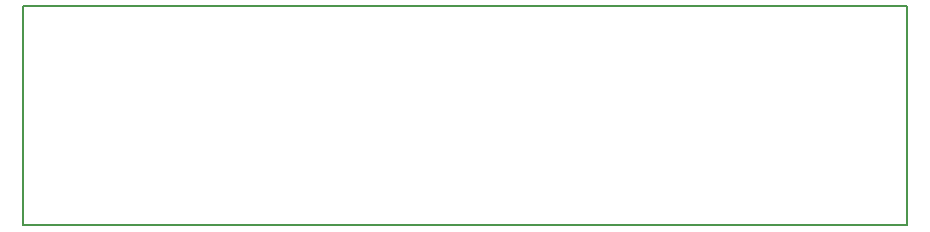
<source format=gbr>
%TF.GenerationSoftware,KiCad,Pcbnew,8.0.6*%
%TF.CreationDate,2024-11-04T18:07:15+01:00*%
%TF.ProjectId,ATtiny3,41547469-6e79-4332-9e6b-696361645f70,rev?*%
%TF.SameCoordinates,Original*%
%TF.FileFunction,Profile,NP*%
%FSLAX46Y46*%
G04 Gerber Fmt 4.6, Leading zero omitted, Abs format (unit mm)*
G04 Created by KiCad (PCBNEW 8.0.6) date 2024-11-04 18:07:15*
%MOMM*%
%LPD*%
G01*
G04 APERTURE LIST*
%TA.AperFunction,Profile*%
%ADD10C,0.200000*%
%TD*%
G04 APERTURE END LIST*
D10*
X18288000Y-19939000D02*
X93091000Y-19939000D01*
X93091000Y-38481000D01*
X18288000Y-38481000D01*
X18288000Y-19939000D01*
M02*

</source>
